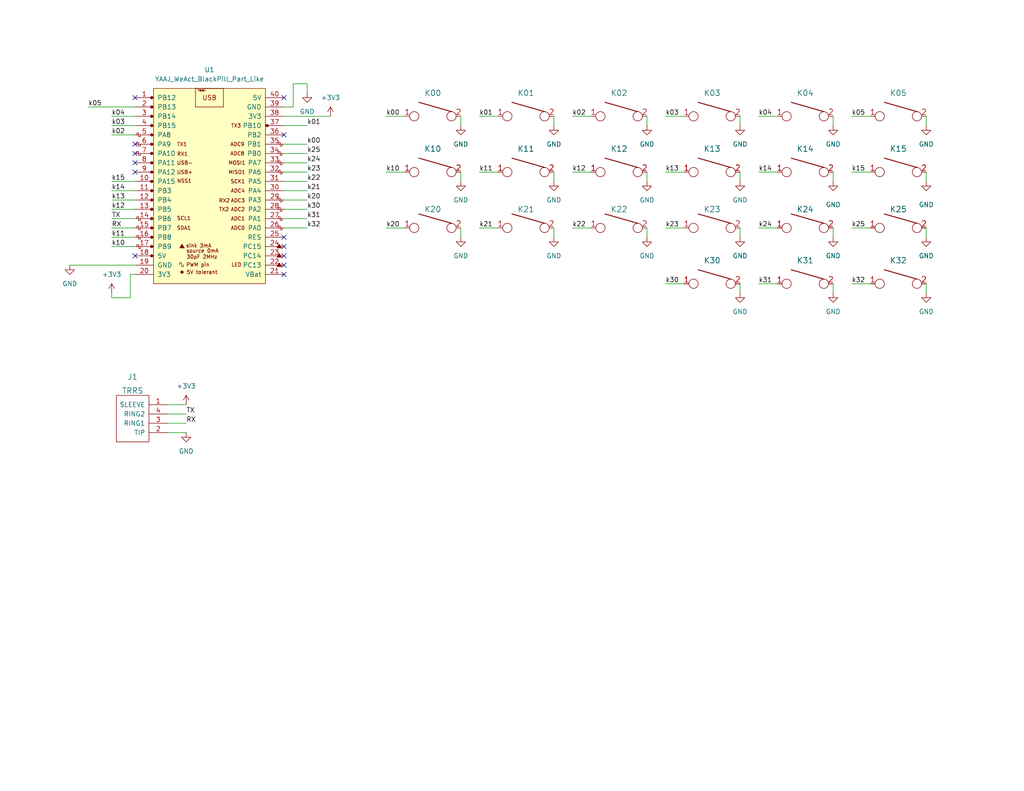
<source format=kicad_sch>
(kicad_sch (version 20230121) (generator eeschema)
  (paper "USLetter")
  (title_block (title "Cantor MX") (date "2023-10-23") (rev "rev1.6") (comment 1 "Based on Cantor by Diego Palacios https://github.com/diepala/cantor") (comment 2 "Cantor MX by Ryan Neff https://github.com/JellyTitan") (comment 3 "Supports Cherry MX Switches, as well as Kailh Choc V1 & V2"))
  (lib_symbols
    (symbol "YAAJ_WeAct_BlackPill_Part_Like:YAAJ_WeAct_BlackPill_Part_Like" (pin_names (offset 1.016))
      (property "Reference" "U" (at -12.7 27.94 0))
      (property "Value" "YAAJ_WeAct_BlackPill_Part_Like" (at 0 2.54 90))
      (symbol "YAAJ_WeAct_BlackPill_Part_Like_0_0"
        (circle (center -15.748 -20.32) (radius 0.3556) (fill (type outline)))
        (circle (center -15.748 -17.78) (radius 0.3556) (fill (type outline)))
        (circle (center -15.748 -15.24) (radius 0.3556) (fill (type outline)))
        (circle (center -15.748 -12.7) (radius 0.3556) (fill (type outline)))
        (circle (center -15.748 -10.16) (radius 0.3556) (fill (type outline)))
        (circle (center -15.748 -7.62) (radius 0.3556) (fill (type outline)))
        (circle (center -15.748 -5.08) (radius 0.3556) (fill (type outline)))
        (circle (center -15.748 -2.54) (radius 0.3556) (fill (type outline)))
        (circle (center -15.748 0) (radius 0.3556) (fill (type outline)))
        (circle (center -15.748 2.54) (radius 0.3556) (fill (type outline)))
        (circle (center -15.748 5.08) (radius 0.3556) (fill (type outline)))
        (circle (center -15.748 7.62) (radius 0.3556) (fill (type outline)))
        (circle (center -15.748 10.16) (radius 0.3556) (fill (type outline)))
        (circle (center -15.748 12.7) (radius 0.3556) (fill (type outline)))
        (circle (center -15.748 15.24) (radius 0.3556) (fill (type outline)))
        (circle (center -15.748 17.78) (radius 0.3556) (fill (type outline)))
        (circle (center -15.748 22.86) (radius 0.3556) (fill (type outline)))
        (circle (center -7.493 -24.765) (radius 0.127) (fill (type outline)))
        (circle (center -7.493 -24.765) (radius 0.254))
        (circle (center -7.493 -24.765) (radius 0.3556))
        (polyline (pts (xy -8.128 -18.161) (xy -7.493 -17.145) (xy -6.858 -18.161) (xy -8.128 -18.161) (xy -7.493 -17.272) (xy -6.985 -18.161) (xy -8.001 -18.034) (xy -7.493 -17.399) (xy -7.112 -18.161) (xy -7.874 -17.907) (xy -7.366 -17.526) (xy -7.239 -18.161) (xy -7.747 -17.78) (xy -7.239 -17.653) (xy -7.366 -18.034) (xy -7.62 -17.78) (xy -7.366 -17.907) (xy -7.493 -17.653)))
        (polyline (pts (xy 18.415 -23.241) (xy 19.05 -22.225) (xy 19.685 -23.241) (xy 18.415 -23.241) (xy 19.05 -22.352) (xy 19.558 -23.241) (xy 18.542 -23.114) (xy 19.05 -22.479) (xy 19.431 -23.241) (xy 18.669 -22.987) (xy 19.177 -22.606) (xy 19.304 -23.241) (xy 18.796 -22.86) (xy 19.304 -22.733) (xy 19.177 -23.114) (xy 18.923 -22.86) (xy 19.177 -22.987) (xy 19.05 -22.733)))
        (polyline (pts (xy 18.415 -20.701) (xy 19.05 -19.685) (xy 19.685 -20.701) (xy 18.415 -20.701) (xy 19.05 -19.812) (xy 19.558 -20.701) (xy 18.542 -20.574) (xy 19.05 -19.939) (xy 19.431 -20.701) (xy 18.669 -20.447) (xy 19.177 -20.066) (xy 19.304 -20.701) (xy 18.796 -20.32) (xy 19.304 -20.193) (xy 19.177 -20.574) (xy 18.923 -20.32) (xy 19.177 -20.447) (xy 19.05 -20.193)))
        (polyline (pts (xy 18.415 -18.161) (xy 19.05 -17.145) (xy 19.685 -18.161) (xy 18.415 -18.161) (xy 19.05 -17.272) (xy 19.558 -18.161) (xy 18.542 -18.034) (xy 19.05 -17.399) (xy 19.431 -18.161) (xy 18.669 -17.907) (xy 19.177 -17.526) (xy 19.304 -18.161) (xy 18.796 -17.78) (xy 19.304 -17.653) (xy 19.177 -18.034) (xy 18.923 -17.78) (xy 19.177 -17.907) (xy 19.05 -17.653)))
        (circle (center 15.748 15.24) (radius 0.254) (fill (type outline)))
        (circle (center 15.748 15.24) (radius 0.3556))
        (text "30pF 2MHz" (at -2.032 -20.574 0) (effects (font (size 0.9906 0.9906))))
        (text "5V tolerant" (at -2.032 -24.765 0) (effects (font (size 0.9906 0.9906))))
        (text "ADC0" (at 7.747 -12.7 0) (effects (font (size 0.9906 0.9906))))
        (text "ADC1" (at 7.747 -10.16 0) (effects (font (size 0.9906 0.9906))))
        (text "ADC2" (at 7.747 -7.62 0) (effects (font (size 0.9906 0.9906))))
        (text "ADC3" (at 7.747 -5.207 0) (effects (font (size 0.9906 0.9906))))
        (text "ADC4" (at 7.747 -2.54 0) (effects (font (size 0.9906 0.9906))))
        (text "ADC8" (at 7.62 7.62 0) (effects (font (size 0.9906 0.9906))))
        (text "ADC9" (at 7.62 10.16 0) (effects (font (size 0.9906 0.9906))))
        (text "LED" (at 7.366 -22.733 0) (effects (font (size 0.9906 0.9906))))
        (text "MISO1" (at 7.493 2.54 0) (effects (font (size 0.9906 0.9906))))
        (text "MOSI1" (at 7.493 5.08 0) (effects (font (size 0.9906 0.9906))))
        (text "NSS1" (at -6.858 0.127 0) (effects (font (size 0.9906 0.9906))))
        (text "PWM pin" (at -3.175 -22.733 0) (effects (font (size 0.9906 0.9906))))
        (text "RX1" (at -7.366 7.493 0) (effects (font (size 0.9906 0.9906))))
        (text "RX2" (at 4.064 -5.207 0) (effects (font (size 0.9906 0.9906))))
        (text "SCK1" (at 7.747 0 0) (effects (font (size 0.9906 0.9906))))
        (text "SCL1" (at -6.985 -10.033 0) (effects (font (size 0.9906 0.9906))))
        (text "SDA1" (at -6.985 -12.7 0) (effects (font (size 0.9906 0.9906))))
        (text "sink 3mA" (at -2.921 -17.526 0) (effects (font (size 0.9906 0.9906))))
        (text "source 0mA" (at -1.905 -18.923 0) (effects (font (size 0.9906 0.9906))))
        (text "TX1" (at -7.493 10.16 0) (effects (font (size 0.9906 0.9906))))
        (text "TX2" (at 3.937 -7.62 0) (effects (font (size 0.9906 0.9906))))
        (text "TX3" (at 7.239 15.24 0) (effects (font (size 0.9906 0.9906))))
        (text "USB" (at 0 22.86 0) (effects (font (size 1.27 1.27))))
        (text "USB+" (at -6.731 2.54 0) (effects (font (size 0.9906 0.9906))))
        (text "USB-" (at -6.731 5.08 0) (effects (font (size 0.9906 0.9906))))
        (text "Y@@J" (at -2.159 24.892 0) (effects (font (size 0.508 0.508))))
      )
      (symbol "YAAJ_WeAct_BlackPill_Part_Like_0_1"
        (rectangle (start -15.24 25.4) (end 15.24 -27.94) (fill (type background)))
        (polyline (pts (xy -18.796 -17.78) (xy -18.796 -18.288) (xy -19.304 -18.288) (xy -19.304 -17.272) (xy -19.812 -17.272) (xy -19.812 -17.78)))
        (polyline (pts (xy -18.796 -15.24) (xy -18.796 -15.748) (xy -19.304 -15.748) (xy -19.304 -14.732) (xy -19.812 -14.732) (xy -19.812 -15.24)))
        (polyline (pts (xy -18.796 -12.7) (xy -18.796 -13.208) (xy -19.304 -13.208) (xy -19.304 -12.192) (xy -19.812 -12.192) (xy -19.812 -12.7)))
        (polyline (pts (xy -18.796 -10.16) (xy -18.796 -10.668) (xy -19.304 -10.668) (xy -19.304 -9.652) (xy -19.812 -9.652) (xy -19.812 -10.16)))
        (polyline (pts (xy -18.796 7.62) (xy -18.796 7.112) (xy -19.304 7.112) (xy -19.304 8.128) (xy -19.812 8.128) (xy -19.812 7.62)))
        (polyline (pts (xy -18.796 10.16) (xy -18.796 9.652) (xy -19.304 9.652) (xy -19.304 10.668) (xy -19.812 10.668) (xy -19.812 10.16)))
        (polyline (pts (xy -18.796 12.7) (xy -18.796 12.192) (xy -19.304 12.192) (xy -19.304 13.208) (xy -19.812 13.208) (xy -19.812 12.7)))
        (polyline (pts (xy -7.112 -22.733) (xy -7.112 -23.241) (xy -7.62 -23.241) (xy -7.62 -22.225) (xy -8.128 -22.225) (xy -8.128 -22.733)))
        (polyline (pts (xy 19.812 -12.7) (xy 19.812 -13.208) (xy 19.304 -13.208) (xy 19.304 -12.192) (xy 18.796 -12.192) (xy 18.796 -12.7)))
        (polyline (pts (xy 19.812 -10.16) (xy 19.812 -10.668) (xy 19.304 -10.668) (xy 19.304 -9.652) (xy 18.796 -9.652) (xy 18.796 -10.16)))
        (polyline (pts (xy 19.812 -7.62) (xy 19.812 -8.128) (xy 19.304 -8.128) (xy 19.304 -7.112) (xy 18.796 -7.112) (xy 18.796 -7.62)))
        (polyline (pts (xy 19.812 -5.08) (xy 19.812 -5.588) (xy 19.304 -5.588) (xy 19.304 -4.572) (xy 18.796 -4.572) (xy 18.796 -5.08)))
        (polyline (pts (xy 19.812 2.54) (xy 19.812 2.032) (xy 19.304 2.032) (xy 19.304 3.048) (xy 18.796 3.048) (xy 18.796 2.54)))
        (polyline (pts (xy 19.812 5.08) (xy 19.812 4.572) (xy 19.304 4.572) (xy 19.304 5.588) (xy 18.796 5.588) (xy 18.796 5.08)))
        (polyline (pts (xy 19.812 7.62) (xy 19.812 7.112) (xy 19.304 7.112) (xy 19.304 8.128) (xy 18.796 8.128) (xy 18.796 7.62)))
        (polyline (pts (xy 19.812 10.16) (xy 19.812 9.652) (xy 19.304 9.652) (xy 19.304 10.668) (xy 18.796 10.668) (xy 18.796 10.16)))
        (rectangle (start 3.81 25.4) (end -3.81 20.32))
      )
      (symbol "YAAJ_WeAct_BlackPill_Part_Like_1_1"
        (circle (center -15.748 20.32) (radius 0.3556) (fill (type outline)))
        (pin bidirectional line (at -20.32 22.86 0) (length 5.08) (name "PB12") (number "1"))
        (pin bidirectional line (at -20.32 0 0) (length 5.08) (name "PA15") (number "10"))
        (pin bidirectional line (at -20.32 -2.54 0) (length 5.08) (name "PB3") (number "11"))
        (pin bidirectional line (at -20.32 -5.08 0) (length 5.08) (name "PB4") (number "12"))
        (pin bidirectional line (at -20.32 -7.62 0) (length 5.08) (name "PB5") (number "13"))
        (pin bidirectional line (at -20.32 -10.16 0) (length 5.08) (name "PB6") (number "14"))
        (pin bidirectional line (at -20.32 -12.7 0) (length 5.08) (name "PB7") (number "15"))
        (pin bidirectional line (at -20.32 -15.24 0) (length 5.08) (name "PB8") (number "16"))
        (pin bidirectional line (at -20.32 -17.78 0) (length 5.08) (name "PB9") (number "17"))
        (pin power_in line (at -20.32 -20.32 0) (length 5.08) (name "5V") (number "18"))
        (pin power_in line (at -20.32 -22.86 0) (length 5.08) (name "GND") (number "19"))
        (pin bidirectional line (at -20.32 20.32 0) (length 5.08) (name "PB13") (number "2"))
        (pin power_in line (at -20.32 -25.4 0) (length 5.08) (name "3V3") (number "20"))
        (pin power_in line (at 20.32 -25.4 180) (length 5.08) (name "VBat") (number "21"))
        (pin bidirectional line (at 20.32 -22.86 180) (length 5.08) (name "PC13") (number "22"))
        (pin bidirectional line (at 20.32 -20.32 180) (length 5.08) (name "PC14") (number "23"))
        (pin bidirectional line (at 20.32 -17.78 180) (length 5.08) (name "PC15") (number "24"))
        (pin input line (at 20.32 -15.24 180) (length 5.08) (name "RES") (number "25"))
        (pin bidirectional line (at 20.32 -12.7 180) (length 5.08) (name "PA0") (number "26"))
        (pin bidirectional line (at 20.32 -10.16 180) (length 5.08) (name "PA1") (number "27"))
        (pin bidirectional line (at 20.32 -7.62 180) (length 5.08) (name "PA2") (number "28"))
        (pin bidirectional line (at 20.32 -5.08 180) (length 5.08) (name "PA3") (number "29"))
        (pin bidirectional line (at -20.32 17.78 0) (length 5.08) (name "PB14") (number "3"))
        (pin bidirectional line (at 20.32 -2.54 180) (length 5.08) (name "PA4") (number "30"))
        (pin bidirectional line (at 20.32 0 180) (length 5.08) (name "PA5") (number "31"))
        (pin bidirectional line (at 20.32 2.54 180) (length 5.08) (name "PA6") (number "32"))
        (pin bidirectional line (at 20.32 5.08 180) (length 5.08) (name "PA7") (number "33"))
        (pin bidirectional line (at 20.32 7.62 180) (length 5.08) (name "PB0") (number "34"))
        (pin bidirectional line (at 20.32 10.16 180) (length 5.08) (name "PB1") (number "35"))
        (pin bidirectional line (at 20.32 12.7 180) (length 5.08) (name "PB2") (number "36"))
        (pin bidirectional line (at 20.32 15.24 180) (length 5.08) (name "PB10") (number "37"))
        (pin power_in line (at 20.32 17.78 180) (length 5.08) (name "3V3") (number "38"))
        (pin power_in line (at 20.32 20.32 180) (length 5.08) (name "GND") (number "39"))
        (pin bidirectional line (at -20.32 15.24 0) (length 5.08) (name "PB15") (number "4"))
        (pin power_in line (at 20.32 22.86 180) (length 5.08) (name "5V") (number "40"))
        (pin bidirectional line (at -20.32 12.7 0) (length 5.08) (name "PA8") (number "5"))
        (pin bidirectional line (at -20.32 10.16 0) (length 5.08) (name "PA9") (number "6"))
        (pin bidirectional line (at -20.32 7.62 0) (length 5.08) (name "PA10") (number "7"))
        (pin bidirectional line (at -20.32 5.08 0) (length 5.08) (name "PA11") (number "8"))
        (pin bidirectional line (at -20.32 2.54 0) (length 5.08) (name "PA12") (number "9"))
      )
    )
    (symbol "keebio:TRRS" (pin_names (offset 1.016))
      (property "Reference" "U" (at 0 15.24 0))
      (property "Value" "TRRS" (at 0 -2.54 0))
      (symbol "TRRS_0_1"
        (rectangle (start -3.81 0) (end -3.81 12.7))
        (rectangle (start -3.81 12.7) (end 5.08 12.7))
        (rectangle (start 5.08 0) (end -3.81 0))
        (rectangle (start 5.08 12.7) (end 5.08 0))
      )
      (symbol "TRRS_1_1"
        (pin input line (at -8.89 2.54 0) (length 5.08) (name "SLEEVE") (number "1"))
        (pin input line (at -8.89 10.16 0) (length 5.08) (name "TIP") (number "2"))
        (pin input line (at -8.89 7.62 0) (length 5.08) (name "RING1") (number "3"))
        (pin input line (at -8.89 5.08 0) (length 5.08) (name "RING2") (number "4"))
      )
    )
    (symbol "keyboard_parts:KEYSW" (pin_names (offset 1.016))
      (property "Reference" "K?" (at -1.27 0 0))
      (symbol "KEYSW_0_1"
        (circle (center -5.08 0) (radius 1.27))
        (polyline (pts (xy -5.08 1.27) (xy 3.81 3.81)) (stroke (width 0.254)))
        (circle (center 5.08 0) (radius 1.27))
      )
      (symbol "KEYSW_1_1"
        (pin passive line (at 7.62 0 180) (length 1.27) (name "~") (number "1"))
        (pin passive line (at -7.62 0 0) (length 1.27) (name "~") (number "2"))
      )
    )
    (symbol "power:+3V3" (power) (pin_names (offset 0))
      (property "Value" "+3V3" (at 0 3.556 0))
      (symbol "+3V3_0_1"
        (polyline (pts (xy -0.762 1.27) (xy 0 2.54)))
        (polyline (pts (xy 0 0) (xy 0 2.54)))
        (polyline (pts (xy 0 2.54) (xy 0.762 1.27)))
      )
      (symbol "+3V3_1_1"
        (pin power_in line (at 0 0 90) (length 0) hide (name "+3V3") (number "1"))
      )
    )
    (symbol "power:GND" (power) (pin_names (offset 0))
      (property "Value" "GND" (at 0 -3.81 0))
      (symbol "GND_0_1"
        (polyline (pts (xy 0 0) (xy 0 -1.27) (xy 1.27 -1.27) (xy 0 -2.54) (xy -1.27 -1.27) (xy 0 -1.27)))
      )
      (symbol "GND_1_1"
        (pin power_in line (at 0 0 270) (length 0) hide (name "GND") (number "1"))
      )
    )
  )
  (no_connect (at 36.83 26.67))
  (no_connect (at 77.47 36.83))
  (no_connect (at 77.47 74.93))
  (no_connect (at 77.47 69.85))
  (no_connect (at 36.83 69.85))
  (no_connect (at 77.47 26.67))
  (no_connect (at 36.83 46.99))
  (no_connect (at 77.47 64.77))
  (no_connect (at 36.83 41.91))
  (no_connect (at 77.47 67.31))
  (no_connect (at 36.83 39.37))
  (no_connect (at 36.83 44.45))
  (no_connect (at 77.47 72.39))
  (wire (pts (xy 130.81 62.23) (xy 135.89 62.23)))
  (wire (pts (xy 30.48 64.77) (xy 36.83 64.77)))
  (wire (pts (xy 77.47 44.45) (xy 83.82 44.45)))
  (wire (pts (xy 181.61 46.99) (xy 186.69 46.99)))
  (wire (pts (xy 24.13 29.21) (xy 36.83 29.21)))
  (wire (pts (xy 232.41 31.75) (xy 237.49 31.75)))
  (wire (pts (xy 105.41 46.99) (xy 110.49 46.99)))
  (wire (pts (xy 181.61 62.23) (xy 186.69 62.23)))
  (wire (pts (xy 130.81 46.99) (xy 135.89 46.99)))
  (wire (pts (xy 35.56 81.28) (xy 35.56 74.93)))
  (wire (pts (xy 30.48 81.28) (xy 35.56 81.28)))
  (wire (pts (xy 30.48 52.07) (xy 36.83 52.07)))
  (wire (pts (xy 77.47 34.29) (xy 83.82 34.29)))
  (wire (pts (xy 156.21 62.23) (xy 161.29 62.23)))
  (wire (pts (xy 30.48 31.75) (xy 36.83 31.75)))
  (wire (pts (xy 232.41 62.23) (xy 237.49 62.23)))
  (wire (pts (xy 176.53 64.77) (xy 176.53 62.23)))
  (wire (pts (xy 125.73 64.77) (xy 125.73 62.23)))
  (wire (pts (xy 227.33 49.53) (xy 227.33 46.99)))
  (wire (pts (xy 201.93 49.53) (xy 201.93 46.99)))
  (wire (pts (xy 125.73 49.53) (xy 125.73 46.99)))
  (wire (pts (xy 77.47 54.61) (xy 83.82 54.61)))
  (wire (pts (xy 80.01 29.21) (xy 80.01 22.86)))
  (wire (pts (xy 156.21 46.99) (xy 161.29 46.99)))
  (wire (pts (xy 227.33 80.01) (xy 227.33 77.47)))
  (wire (pts (xy 45.72 118.11) (xy 50.8 118.11)))
  (wire (pts (xy 30.48 36.83) (xy 36.83 36.83)))
  (wire (pts (xy 252.73 49.53) (xy 252.73 46.99)))
  (wire (pts (xy 77.47 29.21) (xy 80.01 29.21)))
  (wire (pts (xy 181.61 77.47) (xy 186.69 77.47)))
  (wire (pts (xy 30.48 67.31) (xy 36.83 67.31)))
  (wire (pts (xy 77.47 62.23) (xy 83.82 62.23)))
  (wire (pts (xy 77.47 41.91) (xy 83.82 41.91)))
  (wire (pts (xy 207.01 46.99) (xy 212.09 46.99)))
  (wire (pts (xy 181.61 31.75) (xy 186.69 31.75)))
  (wire (pts (xy 201.93 80.01) (xy 201.93 77.47)))
  (wire (pts (xy 30.48 54.61) (xy 36.83 54.61)))
  (wire (pts (xy 83.82 22.86) (xy 83.82 25.4)))
  (wire (pts (xy 252.73 64.77) (xy 252.73 62.23)))
  (wire (pts (xy 105.41 62.23) (xy 110.49 62.23)))
  (wire (pts (xy 125.73 34.29) (xy 125.73 31.75)))
  (wire (pts (xy 176.53 49.53) (xy 176.53 46.99)))
  (wire (pts (xy 151.13 64.77) (xy 151.13 62.23)))
  (wire (pts (xy 45.72 115.57) (xy 50.8 115.57)))
  (wire (pts (xy 227.33 64.77) (xy 227.33 62.23)))
  (wire (pts (xy 77.47 46.99) (xy 83.82 46.99)))
  (wire (pts (xy 30.48 57.15) (xy 36.83 57.15)))
  (wire (pts (xy 207.01 31.75) (xy 212.09 31.75)))
  (wire (pts (xy 105.41 31.75) (xy 110.49 31.75)))
  (wire (pts (xy 80.01 22.86) (xy 83.82 22.86)))
  (wire (pts (xy 77.47 59.69) (xy 83.82 59.69)))
  (wire (pts (xy 45.72 113.03) (xy 50.8 113.03)))
  (wire (pts (xy 151.13 49.53) (xy 151.13 46.99)))
  (wire (pts (xy 77.47 31.75) (xy 90.17 31.75)))
  (wire (pts (xy 156.21 31.75) (xy 161.29 31.75)))
  (wire (pts (xy 30.48 34.29) (xy 36.83 34.29)))
  (wire (pts (xy 77.47 39.37) (xy 83.82 39.37)))
  (wire (pts (xy 77.47 49.53) (xy 83.82 49.53)))
  (wire (pts (xy 45.72 110.49) (xy 50.8 110.49)))
  (wire (pts (xy 77.47 52.07) (xy 83.82 52.07)))
  (wire (pts (xy 19.05 72.39) (xy 36.83 72.39)))
  (wire (pts (xy 176.53 34.29) (xy 176.53 31.75)))
  (wire (pts (xy 232.41 46.99) (xy 237.49 46.99)))
  (wire (pts (xy 207.01 62.23) (xy 212.09 62.23)))
  (wire (pts (xy 151.13 34.29) (xy 151.13 31.75)))
  (wire (pts (xy 207.01 77.47) (xy 212.09 77.47)))
  (wire (pts (xy 252.73 34.29) (xy 252.73 31.75)))
  (wire (pts (xy 227.33 34.29) (xy 227.33 31.75)))
  (wire (pts (xy 232.41 77.47) (xy 237.49 77.47)))
  (wire (pts (xy 35.56 74.93) (xy 36.83 74.93)))
  (wire (pts (xy 77.47 57.15) (xy 83.82 57.15)))
  (wire (pts (xy 30.48 62.23) (xy 36.83 62.23)))
  (wire (pts (xy 201.93 34.29) (xy 201.93 31.75)))
  (wire (pts (xy 130.81 31.75) (xy 135.89 31.75)))
  (wire (pts (xy 30.48 80.01) (xy 30.48 81.28)))
  (wire (pts (xy 30.48 59.69) (xy 36.83 59.69)))
  (wire (pts (xy 252.73 80.01) (xy 252.73 77.47)))
  (wire (pts (xy 30.48 49.53) (xy 36.83 49.53)))
  (wire (pts (xy 201.93 64.77) (xy 201.93 62.23)))
  (label "k20" (at 83.82 54.61 0))
  (label "TX" (at 50.8 113.03 0))
  (label "k01" (at 83.82 34.29 0))
  (label "k03" (at 30.48 34.29 0))
  (label "k30" (at 181.61 77.47 0))
  (label "k02" (at 156.21 31.75 0))
  (label "k05" (at 24.13 29.21 0))
  (label "k04" (at 207.01 31.75 0))
  (label "k30" (at 83.82 57.15 0))
  (label "k11" (at 30.48 64.77 0))
  (label "k00" (at 105.41 31.75 0))
  (label "k10" (at 30.48 67.31 0))
  (label "k03" (at 181.61 31.75 0))
  (label "RX" (at 30.48 62.23 0))
  (label "k15" (at 232.41 46.99 0))
  (label "k23" (at 181.61 62.23 0))
  (label "k32" (at 83.82 62.23 0))
  (label "k25" (at 83.82 41.91 0))
  (label "k24" (at 207.01 62.23 0))
  (label "TX" (at 30.48 59.69 0))
  (label "k05" (at 232.41 31.75 0))
  (label "k22" (at 156.21 62.23 0))
  (label "k12" (at 30.48 57.15 0))
  (label "k01" (at 130.81 31.75 0))
  (label "RX" (at 50.8 115.57 0))
  (label "k10" (at 105.41 46.99 0))
  (label "k00" (at 83.82 39.37 0))
  (label "k21" (at 83.82 52.07 0))
  (label "k31" (at 83.82 59.69 0))
  (label "k32" (at 232.41 77.47 0))
  (label "k15" (at 30.48 49.53 0))
  (label "k14" (at 207.01 46.99 0))
  (label "k12" (at 156.21 46.99 0))
  (label "k04" (at 30.48 31.75 0))
  (label "k11" (at 130.81 46.99 0))
  (label "k22" (at 83.82 49.53 0))
  (label "k02" (at 30.48 36.83 0))
  (label "k13" (at 30.48 54.61 0))
  (label "k24" (at 83.82 44.45 0))
  (label "k31" (at 207.01 77.47 0))
  (label "k13" (at 181.61 46.99 0))
  (label "k14" (at 30.48 52.07 0))
  (label "k21" (at 130.81 62.23 0))
  (label "k25" (at 232.41 62.23 0))
  (label "k23" (at 83.82 46.99 0))
  (label "k20" (at 105.41 62.23 0))
  (symbol (lib_id "keyboard_parts:KEYSW") (at 245.11 77.47 0) (mirror y) (unit 1)
    (property "Reference" "K32" (at 245.11 71.12 0) (effects (font (size 1.524 1.524))))
    (property "Value" "KEYSW" (effects hide))
    (property "Footprint" "Cantor_MX:CherryMX_ChocV2_1u_DS" (effects hide))
  )
  (symbol (lib_id "power:GND") (at 176.53 49.53 0) (unit 1)
    (property "Reference" "#PWR0104" (effects hide))
    (property "Value" "GND" (at 176.53 54.61 0))
  )
  (symbol (lib_id "keyboard_parts:KEYSW") (at 219.71 62.23 0) (mirror y) (unit 1)
    (property "Reference" "K24" (at 219.71 57.15 0) (effects (font (size 1.524 1.524))))
    (property "Value" "KEYSW" (effects hide))
    (property "Footprint" "Cantor_MX:CherryMX_ChocV2_1u_DS" (effects hide))
  )
  (symbol (lib_id "power:GND") (at 50.8 118.11 0) (unit 1)
    (property "Reference" "#PWR0126" (effects hide))
    (property "Value" "GND" (at 50.8 123.19 0))
  )
  (symbol (lib_id "keyboard_parts:KEYSW") (at 118.11 31.75 0) (mirror y) (unit 1)
    (property "Reference" "K00" (at 118.11 25.4 0) (effects (font (size 1.524 1.524))))
    (property "Value" "KEYSW" (effects hide))
    (property "Footprint" "Cantor_MX:CherryMX_ChocV2_1u_DS" (effects hide))
  )
  (symbol (lib_id "keyboard_parts:KEYSW") (at 245.11 46.99 0) (mirror y) (unit 1)
    (property "Reference" "K15" (at 245.11 40.64 0) (effects (font (size 1.524 1.524))))
    (property "Value" "KEYSW" (effects hide))
    (property "Footprint" "Cantor_MX:CherryMX_ChocV2_1u_DS" (effects hide))
  )
  (symbol (lib_id "power:GND") (at 125.73 49.53 0) (unit 1)
    (property "Reference" "#PWR0107" (effects hide))
    (property "Value" "GND" (at 125.73 54.61 0))
  )
  (symbol (lib_id "power:GND") (at 176.53 64.77 0) (unit 1)
    (property "Reference" "#PWR0105" (effects hide))
    (property "Value" "GND" (at 176.53 69.85 0))
  )
  (symbol (lib_id "keyboard_parts:KEYSW") (at 194.31 31.75 0) (mirror y) (unit 1)
    (property "Reference" "K03" (at 194.31 25.4 0) (effects (font (size 1.524 1.524))))
    (property "Value" "KEYSW" (effects hide))
    (property "Footprint" "Cantor_MX:CherryMX_ChocV2_1u_DS" (effects hide))
  )
  (symbol (lib_id "power:GND") (at 227.33 64.77 0) (unit 1)
    (property "Reference" "#PWR0121" (effects hide))
    (property "Value" "GND" (at 227.33 69.85 0))
  )
  (symbol (lib_id "keyboard_parts:KEYSW") (at 168.91 31.75 0) (mirror y) (unit 1)
    (property "Reference" "K02" (at 168.91 25.4 0) (effects (font (size 1.524 1.524))))
    (property "Value" "KEYSW" (effects hide))
    (property "Footprint" "Cantor_MX:CherryMX_ChocV2_1u_DS" (effects hide))
  )
  (symbol (lib_id "keyboard_parts:KEYSW") (at 143.51 46.99 0) (mirror y) (unit 1)
    (property "Reference" "K11" (at 143.51 40.64 0) (effects (font (size 1.524 1.524))))
    (property "Value" "KEYSW" (effects hide))
    (property "Footprint" "Cantor_MX:CherryMX_ChocV2_1u_DS" (effects hide))
  )
  (symbol (lib_id "keyboard_parts:KEYSW") (at 168.91 62.23 0) (mirror y) (unit 1)
    (property "Reference" "K22" (at 168.91 57.15 0) (effects (font (size 1.524 1.524))))
    (property "Value" "KEYSW" (effects hide))
    (property "Footprint" "Cantor_MX:CherryMX_ChocV2_1u_DS" (effects hide))
  )
  (symbol (lib_id "power:GND") (at 252.73 34.29 0) (unit 1)
    (property "Reference" "#PWR0115" (effects hide))
    (property "Value" "GND" (at 252.73 39.37 0))
  )
  (symbol (lib_id "power:GND") (at 252.73 64.77 0) (unit 1)
    (property "Reference" "#PWR0118" (effects hide))
    (property "Value" "GND" (at 252.73 69.85 0))
  )
  (symbol (lib_id "power:GND") (at 252.73 80.01 0) (unit 1)
    (property "Reference" "#PWR0117" (effects hide))
    (property "Value" "GND" (at 252.73 85.09 0))
  )
  (symbol (lib_id "YAAJ_WeAct_BlackPill_Part_Like:YAAJ_WeAct_BlackPill_Part_Like") (at 57.15 49.53 0) (unit 1)
    (property "Reference" "U1" (at 57.15 19.05 0))
    (property "Value" "YAAJ_WeAct_BlackPill_Part_Like" (at 57.15 21.59 0))
    (property "Footprint" "Cantor_MX:Cantor_DS_YAAJ_WeAct_BlackPill_2" (effects hide))
  )
  (symbol (lib_id "power:GND") (at 227.33 49.53 0) (unit 1)
    (property "Reference" "#PWR0119" (effects hide))
    (property "Value" "GND" (at 227.33 55.88 0))
  )
  (symbol (lib_id "power:GND") (at 151.13 64.77 0) (unit 1)
    (property "Reference" "#PWR0101" (effects hide))
    (property "Value" "GND" (at 151.13 69.85 0))
  )
  (symbol (lib_id "keyboard_parts:KEYSW") (at 219.71 31.75 0) (mirror y) (unit 1)
    (property "Reference" "K04" (at 219.71 25.4 0) (effects (font (size 1.524 1.524))))
    (property "Value" "KEYSW" (effects hide))
    (property "Footprint" "Cantor_MX:CherryMX_ChocV2_1u_DS" (effects hide))
  )
  (symbol (lib_id "power:GND") (at 227.33 80.01 0) (unit 1)
    (property "Reference" "#PWR0120" (effects hide))
    (property "Value" "GND" (at 227.33 85.09 0))
  )
  (symbol (lib_id "power:+3V3") (at 50.8 110.49 0) (unit 1)
    (property "Reference" "#PWR0125" (effects hide))
    (property "Value" "+3V3" (at 50.8 105.41 0))
  )
  (symbol (lib_id "keyboard_parts:KEYSW") (at 194.31 77.47 0) (mirror y) (unit 1)
    (property "Reference" "K30" (at 194.31 71.12 0) (effects (font (size 1.524 1.524))))
    (property "Value" "KEYSW" (effects hide))
    (property "Footprint" "Cantor_MX:CherryMX_ChocV2_1u_DS" (effects hide))
  )
  (symbol (lib_id "power:GND") (at 227.33 34.29 0) (unit 1)
    (property "Reference" "#PWR0112" (effects hide))
    (property "Value" "GND" (at 227.33 39.37 0))
  )
  (symbol (lib_id "keebio:TRRS") (at 36.83 107.95 180) (unit 1)
    (property "Reference" "J1" (at 36.195 102.87 0) (effects (font (size 1.524 1.524))))
    (property "Value" "TRRS" (at 36.195 106.68 0) (effects (font (size 1.524 1.524))))
    (property "Footprint" "Cantor_MX:MJ-4PP-9_Cantor_MX_TX-RX_Crossover" (effects hide))
  )
  (symbol (lib_id "keyboard_parts:KEYSW") (at 118.11 62.23 0) (mirror y) (unit 1)
    (property "Reference" "K20" (at 118.11 57.15 0) (effects (font (size 1.524 1.524))))
    (property "Value" "KEYSW" (effects hide))
    (property "Footprint" "Cantor_MX:CherryMX_ChocV2_1u_DS" (effects hide))
  )
  (symbol (lib_id "power:GND") (at 252.73 49.53 0) (unit 1)
    (property "Reference" "#PWR0116" (effects hide))
    (property "Value" "GND" (at 252.73 55.88 0))
  )
  (symbol (lib_id "keyboard_parts:KEYSW") (at 194.31 62.23 0) (mirror y) (unit 1)
    (property "Reference" "K23" (at 194.31 57.15 0) (effects (font (size 1.524 1.524))))
    (property "Value" "KEYSW" (effects hide))
    (property "Footprint" "Cantor_MX:CherryMX_ChocV2_1u_DS" (effects hide))
  )
  (symbol (lib_id "keyboard_parts:KEYSW") (at 118.11 46.99 0) (mirror y) (unit 1)
    (property "Reference" "K10" (at 118.11 40.64 0) (effects (font (size 1.524 1.524))))
    (property "Value" "KEYSW" (effects hide))
    (property "Footprint" "Cantor_MX:CherryMX_ChocV2_1u_DS" (effects hide))
  )
  (symbol (lib_id "keyboard_parts:KEYSW") (at 143.51 31.75 0) (mirror y) (unit 1)
    (property "Reference" "K01" (at 143.51 25.4 0) (effects (font (size 1.524 1.524))))
    (property "Value" "KEYSW" (effects hide))
    (property "Footprint" "Cantor_MX:CherryMX_ChocV2_1u_DS" (effects hide))
  )
  (symbol (lib_id "keyboard_parts:KEYSW") (at 245.11 62.23 0) (mirror y) (unit 1)
    (property "Reference" "K25" (at 245.11 57.15 0) (effects (font (size 1.524 1.524))))
    (property "Value" "KEYSW" (effects hide))
    (property "Footprint" "Cantor_MX:CherryMX_ChocV2_1u_DS" (effects hide))
  )
  (symbol (lib_id "keyboard_parts:KEYSW") (at 219.71 77.47 0) (mirror y) (unit 1)
    (property "Reference" "K31" (at 219.71 71.12 0) (effects (font (size 1.524 1.524))))
    (property "Value" "KEYSW" (effects hide))
    (property "Footprint" "Cantor_MX:CherryMX_ChocV2_1u_DS" (effects hide))
  )
  (symbol (lib_id "power:GND") (at 201.93 34.29 0) (unit 1)
    (property "Reference" "#PWR0123" (effects hide))
    (property "Value" "GND" (at 201.93 39.37 0))
  )
  (symbol (lib_id "keyboard_parts:KEYSW") (at 219.71 46.99 0) (mirror y) (unit 1)
    (property "Reference" "K14" (at 219.71 40.64 0) (effects (font (size 1.524 1.524))))
    (property "Value" "KEYSW" (effects hide))
    (property "Footprint" "Cantor_MX:CherryMX_ChocV2_1u_DS" (effects hide))
  )
  (symbol (lib_id "power:+3V3") (at 30.48 80.01 0) (unit 1)
    (property "Reference" "#PWR0127" (effects hide))
    (property "Value" "+3V3" (at 30.48 74.93 0))
  )
  (symbol (lib_id "power:GND") (at 125.73 34.29 0) (unit 1)
    (property "Reference" "#PWR0109" (effects hide))
    (property "Value" "GND" (at 125.73 39.37 0))
  )
  (symbol (lib_id "power:GND") (at 19.05 72.39 0) (unit 1)
    (property "Reference" "#PWR0124" (effects hide))
    (property "Value" "GND" (at 19.05 77.47 0))
  )
  (symbol (lib_id "keyboard_parts:KEYSW") (at 194.31 46.99 0) (mirror y) (unit 1)
    (property "Reference" "K13" (at 194.31 40.64 0) (effects (font (size 1.524 1.524))))
    (property "Value" "KEYSW" (effects hide))
    (property "Footprint" "Cantor_MX:CherryMX_ChocV2_1u_DS" (effects hide))
  )
  (symbol (lib_id "power:+3V3") (at 90.17 31.75 0) (unit 1)
    (property "Reference" "#PWR0111" (effects hide))
    (property "Value" "+3V3" (at 90.17 26.67 0))
  )
  (symbol (lib_id "power:GND") (at 176.53 34.29 0) (unit 1)
    (property "Reference" "#PWR0103" (effects hide))
    (property "Value" "GND" (at 176.53 39.37 0))
  )
  (symbol (lib_id "power:GND") (at 201.93 49.53 0) (unit 1)
    (property "Reference" "#PWR0122" (effects hide))
    (property "Value" "GND" (at 201.93 54.61 0))
  )
  (symbol (lib_id "keyboard_parts:KEYSW") (at 143.51 62.23 0) (mirror y) (unit 1)
    (property "Reference" "K21" (at 143.51 57.15 0) (effects (font (size 1.524 1.524))))
    (property "Value" "KEYSW" (effects hide))
    (property "Footprint" "Cantor_MX:CherryMX_ChocV2_1u_DS" (effects hide))
  )
  (symbol (lib_id "keyboard_parts:KEYSW") (at 168.91 46.99 0) (mirror y) (unit 1)
    (property "Reference" "K12" (at 168.91 40.64 0) (effects (font (size 1.524 1.524))))
    (property "Value" "KEYSW" (effects hide))
    (property "Footprint" "Cantor_MX:CherryMX_ChocV2_1u_DS" (effects hide))
  )
  (symbol (lib_id "power:GND") (at 201.93 80.01 0) (unit 1)
    (property "Reference" "#PWR0113" (effects hide))
    (property "Value" "GND" (at 201.93 85.09 0))
  )
  (symbol (lib_id "power:GND") (at 151.13 34.29 0) (unit 1)
    (property "Reference" "#PWR0106" (effects hide))
    (property "Value" "GND" (at 151.13 39.37 0))
  )
  (symbol (lib_id "power:GND") (at 151.13 49.53 0) (unit 1)
    (property "Reference" "#PWR0102" (effects hide))
    (property "Value" "GND" (at 151.13 54.61 0))
  )
  (symbol (lib_id "power:GND") (at 201.93 64.77 0) (unit 1)
    (property "Reference" "#PWR0114" (effects hide))
    (property "Value" "GND" (at 201.93 69.85 0))
  )
  (symbol (lib_id "power:GND") (at 125.73 64.77 0) (unit 1)
    (property "Reference" "#PWR0108" (effects hide))
    (property "Value" "GND" (at 125.73 69.85 0))
  )
  (symbol (lib_id "power:GND") (at 83.82 25.4 0) (unit 1)
    (property "Reference" "#PWR0110" (effects hide))
    (property "Value" "GND" (at 83.82 30.48 0))
  )
  (symbol (lib_id "keyboard_parts:KEYSW") (at 245.11 31.75 0) (mirror y) (unit 1)
    (property "Reference" "K05" (at 245.11 25.4 0) (effects (font (size 1.524 1.524))))
    (property "Value" "KEYSW" (effects hide))
    (property "Footprint" "Cantor_MX:CherryMX_ChocV2_1u_DS" (effects hide))
  )
)
</source>
